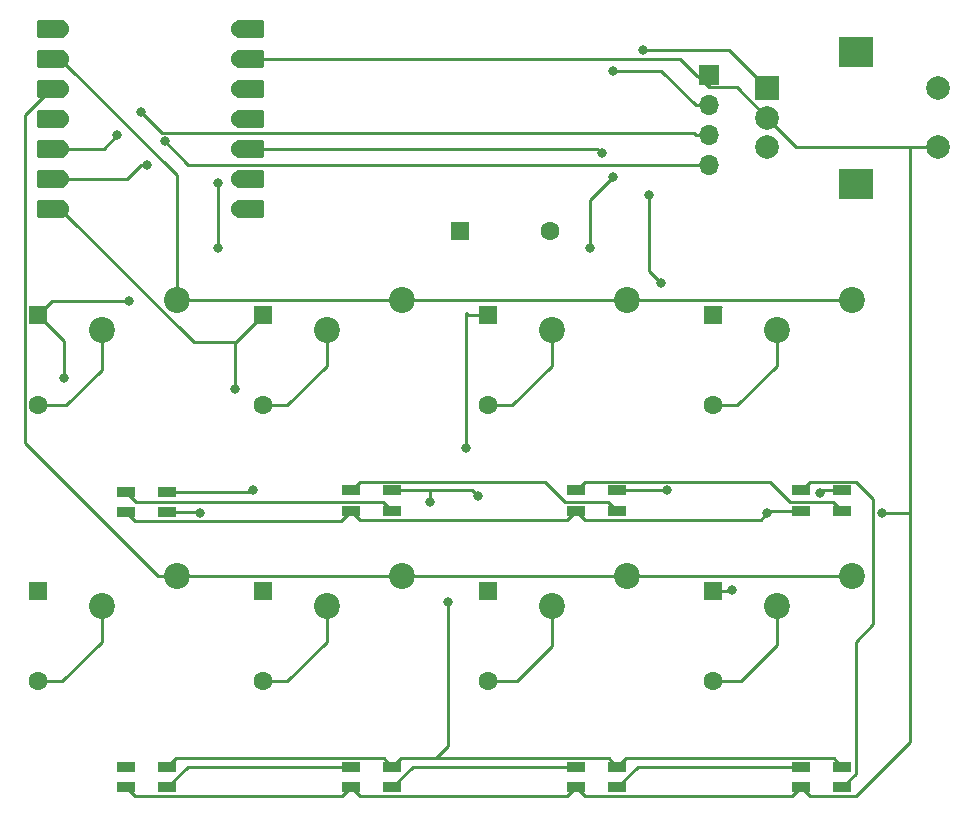
<source format=gbr>
%TF.GenerationSoftware,KiCad,Pcbnew,9.0.6*%
%TF.CreationDate,2025-12-17T11:58:43+01:00*%
%TF.ProjectId,HackPad,4861636b-5061-4642-9e6b-696361645f70,rev?*%
%TF.SameCoordinates,Original*%
%TF.FileFunction,Copper,L1,Top*%
%TF.FilePolarity,Positive*%
%FSLAX46Y46*%
G04 Gerber Fmt 4.6, Leading zero omitted, Abs format (unit mm)*
G04 Created by KiCad (PCBNEW 9.0.6) date 2025-12-17 11:58:43*
%MOMM*%
%LPD*%
G01*
G04 APERTURE LIST*
G04 Aperture macros list*
%AMRoundRect*
0 Rectangle with rounded corners*
0 $1 Rounding radius*
0 $2 $3 $4 $5 $6 $7 $8 $9 X,Y pos of 4 corners*
0 Add a 4 corners polygon primitive as box body*
4,1,4,$2,$3,$4,$5,$6,$7,$8,$9,$2,$3,0*
0 Add four circle primitives for the rounded corners*
1,1,$1+$1,$2,$3*
1,1,$1+$1,$4,$5*
1,1,$1+$1,$6,$7*
1,1,$1+$1,$8,$9*
0 Add four rect primitives between the rounded corners*
20,1,$1+$1,$2,$3,$4,$5,0*
20,1,$1+$1,$4,$5,$6,$7,0*
20,1,$1+$1,$6,$7,$8,$9,0*
20,1,$1+$1,$8,$9,$2,$3,0*%
G04 Aperture macros list end*
%TA.AperFunction,ComponentPad*%
%ADD10C,2.200000*%
%TD*%
%TA.AperFunction,SMDPad,CuDef*%
%ADD11R,1.600000X0.850000*%
%TD*%
%TA.AperFunction,ComponentPad*%
%ADD12R,1.700000X1.700000*%
%TD*%
%TA.AperFunction,ComponentPad*%
%ADD13O,1.700000X1.700000*%
%TD*%
%TA.AperFunction,ComponentPad*%
%ADD14R,2.000000X2.000000*%
%TD*%
%TA.AperFunction,ComponentPad*%
%ADD15C,2.000000*%
%TD*%
%TA.AperFunction,ComponentPad*%
%ADD16R,3.000000X2.500000*%
%TD*%
%TA.AperFunction,SMDPad,CuDef*%
%ADD17RoundRect,0.152400X1.063600X0.609600X-1.063600X0.609600X-1.063600X-0.609600X1.063600X-0.609600X0*%
%TD*%
%TA.AperFunction,ComponentPad*%
%ADD18C,1.524000*%
%TD*%
%TA.AperFunction,SMDPad,CuDef*%
%ADD19RoundRect,0.152400X-1.063600X-0.609600X1.063600X-0.609600X1.063600X0.609600X-1.063600X0.609600X0*%
%TD*%
%TA.AperFunction,ComponentPad*%
%ADD20RoundRect,0.250000X-0.550000X0.550000X-0.550000X-0.550000X0.550000X-0.550000X0.550000X0.550000X0*%
%TD*%
%TA.AperFunction,ComponentPad*%
%ADD21C,1.600000*%
%TD*%
%TA.AperFunction,ComponentPad*%
%ADD22RoundRect,0.250000X-0.550000X-0.550000X0.550000X-0.550000X0.550000X0.550000X-0.550000X0.550000X0*%
%TD*%
%TA.AperFunction,ViaPad*%
%ADD23C,0.800000*%
%TD*%
%TA.AperFunction,Conductor*%
%ADD24C,0.250000*%
%TD*%
G04 APERTURE END LIST*
D10*
%TO.P,SW A3,1,1*%
%TO.N,SW A*%
X154622500Y-93936250D03*
%TO.P,SW A3,2,2*%
%TO.N,Net-(D11-A)*%
X148272500Y-96476250D03*
%TD*%
%TO.P,SW A2,1,1*%
%TO.N,SW A*%
X135572500Y-93936250D03*
%TO.P,SW A2,2,2*%
%TO.N,Net-(D10-A)*%
X129222500Y-96476250D03*
%TD*%
%TO.P,SW B1,1,1*%
%TO.N,SW B*%
X116522500Y-117316250D03*
%TO.P,SW B1,2,2*%
%TO.N,Net-(D13-A)*%
X110172500Y-119856250D03*
%TD*%
D11*
%TO.P,D7,1,DOUT*%
%TO.N,Net-(D7-DOUT)*%
X131282500Y-133427500D03*
%TO.P,D7,2,VSS*%
%TO.N,GND*%
X131282500Y-135177500D03*
%TO.P,D7,3,DIN*%
%TO.N,Net-(D6-DOUT)*%
X134782500Y-135177500D03*
%TO.P,D7,4,VDD*%
%TO.N,+5V*%
X134782500Y-133427500D03*
%TD*%
D10*
%TO.P,SW B2,1,1*%
%TO.N,SW B*%
X135572500Y-117316250D03*
%TO.P,SW B2,2,2*%
%TO.N,Net-(D14-A)*%
X129222500Y-119856250D03*
%TD*%
D11*
%TO.P,D1,1,DOUT*%
%TO.N,Net-(D1-DOUT)*%
X112232500Y-110168750D03*
%TO.P,D1,2,VSS*%
%TO.N,GND*%
X112232500Y-111918750D03*
%TO.P,D1,3,DIN*%
%TO.N,LEDs*%
X115732500Y-111918750D03*
%TO.P,D1,4,VDD*%
%TO.N,+5V*%
X115732500Y-110168750D03*
%TD*%
%TO.P,D3,1,DOUT*%
%TO.N,Net-(D3-DOUT)*%
X150332500Y-110047500D03*
%TO.P,D3,2,VSS*%
%TO.N,GND*%
X150332500Y-111797500D03*
%TO.P,D3,3,DIN*%
%TO.N,Net-(D2-DOUT)*%
X153832500Y-111797500D03*
%TO.P,D3,4,VDD*%
%TO.N,+5V*%
X153832500Y-110047500D03*
%TD*%
D12*
%TO.P,U2,1,GND*%
%TO.N,GND*%
X161615000Y-74886250D03*
D13*
%TO.P,U2,2,VCC*%
%TO.N,+5V*%
X161615000Y-77426250D03*
%TO.P,U2,3,SCL*%
%TO.N,SDA*%
X161615000Y-79966250D03*
%TO.P,U2,4,SDA*%
%TO.N,SCL*%
X161615000Y-82506250D03*
%TD*%
D11*
%TO.P,D4,1,DOUT*%
%TO.N,Net-(D4-DOUT)*%
X169382500Y-110047500D03*
%TO.P,D4,2,VSS*%
%TO.N,GND*%
X169382500Y-111797500D03*
%TO.P,D4,3,DIN*%
%TO.N,Net-(D3-DOUT)*%
X172882500Y-111797500D03*
%TO.P,D4,4,VDD*%
%TO.N,+5V*%
X172882500Y-110047500D03*
%TD*%
D14*
%TO.P,SW9,A,A*%
%TO.N,DIAL A*%
X166500000Y-76000000D03*
D15*
%TO.P,SW9,B,B*%
%TO.N,DIAL B*%
X166500000Y-81000000D03*
%TO.P,SW9,C,C*%
%TO.N,GND*%
X166500000Y-78500000D03*
D16*
%TO.P,SW9,MP*%
%TO.N,N/C*%
X174000000Y-72900000D03*
X174000000Y-84100000D03*
D15*
%TO.P,SW9,S1,S1*%
%TO.N,DIAL S1*%
X181000000Y-76000000D03*
%TO.P,SW9,S2,S2*%
%TO.N,GND*%
X181000000Y-81000000D03*
%TD*%
D11*
%TO.P,D5,1,DOUT*%
%TO.N,Net-(D5-DOUT)*%
X169382500Y-133427500D03*
%TO.P,D5,2,VSS*%
%TO.N,GND*%
X169382500Y-135177500D03*
%TO.P,D5,3,DIN*%
%TO.N,Net-(D4-DOUT)*%
X172882500Y-135177500D03*
%TO.P,D5,4,VDD*%
%TO.N,+5V*%
X172882500Y-133427500D03*
%TD*%
D10*
%TO.P,SW A1,1,1*%
%TO.N,SW A*%
X116522500Y-93936250D03*
%TO.P,SW A1,2,2*%
%TO.N,Net-(D9-A)*%
X110172500Y-96476250D03*
%TD*%
D11*
%TO.P,D8,1,DOUT*%
%TO.N,unconnected-(D8-DOUT-Pad1)*%
X112232500Y-133427500D03*
%TO.P,D8,2,VSS*%
%TO.N,GND*%
X112232500Y-135177500D03*
%TO.P,D8,3,DIN*%
%TO.N,Net-(D7-DOUT)*%
X115732500Y-135177500D03*
%TO.P,D8,4,VDD*%
%TO.N,+5V*%
X115732500Y-133427500D03*
%TD*%
D17*
%TO.P,U1,1,GPIO26/ADC0/A0*%
%TO.N,LEDs*%
X105845000Y-70961250D03*
D18*
X106680000Y-70961250D03*
D17*
%TO.P,U1,2,GPIO27/ADC1/A1*%
%TO.N,SW A*%
X105845000Y-73501250D03*
D18*
X106680000Y-73501250D03*
D17*
%TO.P,U1,3,GPIO28/ADC2/A2*%
%TO.N,SW B*%
X105845000Y-76041250D03*
D18*
X106680000Y-76041250D03*
D17*
%TO.P,U1,4,GPIO29/ADC3/A3*%
%TO.N,SW 1*%
X105845000Y-78581250D03*
D18*
X106680000Y-78581250D03*
D17*
%TO.P,U1,5,GPIO6/SDA*%
%TO.N,SDA*%
X105845000Y-81121250D03*
D18*
X106680000Y-81121250D03*
D17*
%TO.P,U1,6,GPIO7/SCL*%
%TO.N,SCL*%
X105845000Y-83661250D03*
D18*
X106680000Y-83661250D03*
D17*
%TO.P,U1,7,GPIO0/TX*%
%TO.N,SW 2*%
X105845000Y-86201250D03*
D18*
X106680000Y-86201250D03*
%TO.P,U1,8,GPIO1/RX*%
%TO.N,DIAL B*%
X121920000Y-86201250D03*
D19*
X122755000Y-86201250D03*
D18*
%TO.P,U1,9,GPIO2/SCK*%
%TO.N,DIAL A*%
X121920000Y-83661250D03*
D19*
X122755000Y-83661250D03*
D18*
%TO.P,U1,10,GPIO4/MISO*%
%TO.N,SW 4*%
X121920000Y-81121250D03*
D19*
X122755000Y-81121250D03*
D18*
%TO.P,U1,11,GPIO3/MOSI*%
%TO.N,SW 3*%
X121920000Y-78581250D03*
D19*
X122755000Y-78581250D03*
D18*
%TO.P,U1,12,3V3*%
%TO.N,unconnected-(U1-3V3-Pad12)*%
X121920000Y-76041250D03*
D19*
%TO.N,unconnected-(U1-3V3-Pad12)_1*%
X122755000Y-76041250D03*
D18*
%TO.P,U1,13,GND*%
%TO.N,GND*%
X121920000Y-73501250D03*
D19*
X122755000Y-73501250D03*
D18*
%TO.P,U1,14,VBUS*%
%TO.N,+5V*%
X121920000Y-70961250D03*
D19*
X122755000Y-70961250D03*
%TD*%
D10*
%TO.P,SW A4,1,1*%
%TO.N,SW A*%
X173672500Y-93936250D03*
%TO.P,SW A4,2,2*%
%TO.N,Net-(D12-A)*%
X167322500Y-96476250D03*
%TD*%
%TO.P,SW B3,1,1*%
%TO.N,SW B*%
X154622500Y-117316250D03*
%TO.P,SW B3,2,2*%
%TO.N,Net-(D15-A)*%
X148272500Y-119856250D03*
%TD*%
D11*
%TO.P,D6,1,DOUT*%
%TO.N,Net-(D6-DOUT)*%
X150332500Y-133427500D03*
%TO.P,D6,2,VSS*%
%TO.N,GND*%
X150332500Y-135177500D03*
%TO.P,D6,3,DIN*%
%TO.N,Net-(D5-DOUT)*%
X153832500Y-135177500D03*
%TO.P,D6,4,VDD*%
%TO.N,+5V*%
X153832500Y-133427500D03*
%TD*%
%TO.P,D2,1,DOUT*%
%TO.N,Net-(D2-DOUT)*%
X131282500Y-110047500D03*
%TO.P,D2,2,VSS*%
%TO.N,GND*%
X131282500Y-111797500D03*
%TO.P,D2,3,DIN*%
%TO.N,Net-(D1-DOUT)*%
X134782500Y-111797500D03*
%TO.P,D2,4,VDD*%
%TO.N,+5V*%
X134782500Y-110047500D03*
%TD*%
D10*
%TO.P,SW B4,1,1*%
%TO.N,SW B*%
X173672500Y-117316250D03*
%TO.P,SW B4,2,2*%
%TO.N,Net-(D16-A)*%
X167322500Y-119856250D03*
%TD*%
D20*
%TO.P,D15,1,K*%
%TO.N,SW 3*%
X142875000Y-118586250D03*
D21*
%TO.P,D15,2,A*%
%TO.N,Net-(D15-A)*%
X142875000Y-126206250D03*
%TD*%
D20*
%TO.P,D9,1,K*%
%TO.N,SW 1*%
X104775000Y-95206250D03*
D21*
%TO.P,D9,2,A*%
%TO.N,Net-(D9-A)*%
X104775000Y-102826250D03*
%TD*%
D20*
%TO.P,D11,1,K*%
%TO.N,SW 3*%
X142875000Y-95206250D03*
D21*
%TO.P,D11,2,A*%
%TO.N,Net-(D11-A)*%
X142875000Y-102826250D03*
%TD*%
D20*
%TO.P,D12,1,K*%
%TO.N,SW 4*%
X161925000Y-95206250D03*
D21*
%TO.P,D12,2,A*%
%TO.N,Net-(D12-A)*%
X161925000Y-102826250D03*
%TD*%
D20*
%TO.P,D16,1,K*%
%TO.N,SW 4*%
X161925000Y-118586250D03*
D21*
%TO.P,D16,2,A*%
%TO.N,Net-(D16-A)*%
X161925000Y-126206250D03*
%TD*%
D20*
%TO.P,D14,1,K*%
%TO.N,SW 2*%
X123825000Y-118586250D03*
D21*
%TO.P,D14,2,A*%
%TO.N,Net-(D14-A)*%
X123825000Y-126206250D03*
%TD*%
D20*
%TO.P,D10,1,K*%
%TO.N,SW 2*%
X123825000Y-95206250D03*
D21*
%TO.P,D10,2,A*%
%TO.N,Net-(D10-A)*%
X123825000Y-102826250D03*
%TD*%
D22*
%TO.P,D17,1,K*%
%TO.N,SW 1*%
X140493750Y-88106250D03*
D21*
%TO.P,D17,2,A*%
%TO.N,DIAL S1*%
X148113750Y-88106250D03*
%TD*%
D20*
%TO.P,D13,1,K*%
%TO.N,SW 1*%
X104775000Y-118586250D03*
D21*
%TO.P,D13,2,A*%
%TO.N,Net-(D13-A)*%
X104775000Y-126206250D03*
%TD*%
D23*
%TO.N,+5V*%
X156500000Y-85000000D03*
X139500000Y-119500000D03*
X157500000Y-92500000D03*
X153500000Y-74500000D03*
X138000000Y-111000000D03*
X123000000Y-110000000D03*
X171000000Y-110275000D03*
X142000000Y-110500000D03*
X158000000Y-110021500D03*
%TO.N,LEDs*%
X118500000Y-111944750D03*
%TO.N,GND*%
X176225000Y-112000000D03*
X166500000Y-112000000D03*
%TO.N,SW 1*%
X112500000Y-94000000D03*
X107000000Y-100500000D03*
%TO.N,SW 2*%
X121500000Y-101500000D03*
%TO.N,SW 3*%
X141000000Y-106500000D03*
X120000000Y-89500000D03*
X120000000Y-84000000D03*
%TO.N,SW 4*%
X151500000Y-89500000D03*
X152500000Y-81500000D03*
X163500000Y-118500000D03*
X153500000Y-83500000D03*
%TO.N,DIAL A*%
X156000000Y-72776250D03*
%TO.N,SDA*%
X113500000Y-78000000D03*
X111500000Y-80000000D03*
%TO.N,SCL*%
X114000000Y-82500000D03*
X115500000Y-80500000D03*
%TD*%
D24*
%TO.N,Net-(D1-DOUT)*%
X112232500Y-110168750D02*
X113063750Y-111000000D01*
X113063750Y-111000000D02*
X133985000Y-111000000D01*
X133985000Y-111000000D02*
X134782500Y-111797500D01*
%TO.N,+5V*%
X122831250Y-110168750D02*
X115732500Y-110168750D01*
X154583500Y-132676500D02*
X172131500Y-132676500D01*
X153081500Y-132676500D02*
X153832500Y-133427500D01*
X156500000Y-85000000D02*
X156500000Y-91500000D01*
X134031500Y-132676500D02*
X134782500Y-133427500D01*
X138500000Y-132676500D02*
X153081500Y-132676500D01*
X138000000Y-110047500D02*
X138000000Y-111000000D01*
X153832500Y-133427500D02*
X154583500Y-132676500D01*
X157974000Y-110047500D02*
X153832500Y-110047500D01*
X172882500Y-110047500D02*
X171227500Y-110047500D01*
X138500000Y-132676500D02*
X139500000Y-131676500D01*
X115732500Y-133427500D02*
X116483500Y-132676500D01*
X141547500Y-110047500D02*
X138000000Y-110047500D01*
X160490000Y-77426250D02*
X161615000Y-77426250D01*
X158000000Y-110021500D02*
X157974000Y-110047500D01*
X139500000Y-131676500D02*
X139500000Y-119500000D01*
X142000000Y-110500000D02*
X141547500Y-110047500D01*
X171227500Y-110047500D02*
X171000000Y-110275000D01*
X138000000Y-110047500D02*
X134782500Y-110047500D01*
X135533500Y-132676500D02*
X138500000Y-132676500D01*
X134782500Y-133427500D02*
X135533500Y-132676500D01*
X156500000Y-91500000D02*
X157500000Y-92500000D01*
X160490000Y-77426250D02*
X157563750Y-74500000D01*
X157563750Y-74500000D02*
X153500000Y-74500000D01*
X172131500Y-132676500D02*
X172882500Y-133427500D01*
X123000000Y-110000000D02*
X122831250Y-110168750D01*
X116483500Y-132676500D02*
X134031500Y-132676500D01*
%TO.N,LEDs*%
X118474000Y-111918750D02*
X118500000Y-111944750D01*
X115732500Y-111918750D02*
X118474000Y-111918750D01*
%TO.N,GND*%
X121920000Y-73501250D02*
X159105000Y-73501250D01*
X151083500Y-135928500D02*
X168631500Y-135928500D01*
X112983500Y-135928500D02*
X112232500Y-135177500D01*
X159105000Y-73501250D02*
X160490000Y-74886250D01*
X161565625Y-74935625D02*
X161615000Y-74886250D01*
X165951500Y-112548500D02*
X151083500Y-112548500D01*
X151083500Y-112548500D02*
X150332500Y-111797500D01*
X166500000Y-112000000D02*
X165951500Y-112548500D01*
X163934375Y-75934375D02*
X166500000Y-78500000D01*
X170133500Y-135928500D02*
X169382500Y-135177500D01*
X160517500Y-74886250D02*
X161565625Y-75934375D01*
X112983500Y-112669750D02*
X112232500Y-111918750D01*
X132033500Y-135928500D02*
X149581500Y-135928500D01*
X131282500Y-111797500D02*
X130410250Y-112669750D01*
X166500000Y-112000000D02*
X166702500Y-111797500D01*
X166500000Y-78500000D02*
X168962500Y-80962500D01*
X131282500Y-135177500D02*
X132033500Y-135928500D01*
X130410250Y-112669750D02*
X112983500Y-112669750D01*
X150332500Y-135177500D02*
X151083500Y-135928500D01*
X132033500Y-112548500D02*
X131282500Y-111797500D01*
X149581500Y-135928500D02*
X150332500Y-135177500D01*
X169000000Y-80962500D02*
X178593750Y-80962500D01*
X178593750Y-112000000D02*
X176225000Y-112000000D01*
X161565625Y-75934375D02*
X163934375Y-75934375D01*
X178593750Y-131343250D02*
X174008500Y-135928500D01*
X130531500Y-135928500D02*
X112983500Y-135928500D01*
X178593750Y-80962500D02*
X178593750Y-112000000D01*
X166702500Y-111797500D02*
X169382500Y-111797500D01*
X149581500Y-112548500D02*
X132033500Y-112548500D01*
X161565625Y-75934375D02*
X161565625Y-74935625D01*
X178593750Y-112000000D02*
X178593750Y-131343250D01*
X174008500Y-135928500D02*
X170133500Y-135928500D01*
X168631500Y-135928500D02*
X169382500Y-135177500D01*
X178631250Y-81000000D02*
X181000000Y-81000000D01*
X160490000Y-74886250D02*
X160517500Y-74886250D01*
X178593750Y-80962500D02*
X178631250Y-81000000D01*
X150332500Y-111797500D02*
X149581500Y-112548500D01*
X131282500Y-135177500D02*
X130531500Y-135928500D01*
%TO.N,Net-(D2-DOUT)*%
X149408000Y-111000000D02*
X153035000Y-111000000D01*
X132033500Y-109296500D02*
X147704500Y-109296500D01*
X131282500Y-110047500D02*
X132033500Y-109296500D01*
X147704500Y-109296500D02*
X149408000Y-111000000D01*
X153035000Y-111000000D02*
X153832500Y-111797500D01*
%TO.N,Net-(D3-DOUT)*%
X166754500Y-109296500D02*
X168458000Y-111000000D01*
X168458000Y-111000000D02*
X172085000Y-111000000D01*
X151083500Y-109296500D02*
X166754500Y-109296500D01*
X150332500Y-110047500D02*
X151083500Y-109296500D01*
X172085000Y-111000000D02*
X172882500Y-111797500D01*
%TO.N,Net-(D4-DOUT)*%
X174008500Y-122866424D02*
X174008500Y-134051500D01*
X174008500Y-109296500D02*
X175500000Y-110788000D01*
X170133500Y-109296500D02*
X174008500Y-109296500D01*
X175500000Y-121374924D02*
X174008500Y-122866424D01*
X169382500Y-110047500D02*
X170133500Y-109296500D01*
X174008500Y-134051500D02*
X172882500Y-135177500D01*
X175500000Y-110788000D02*
X175500000Y-121374924D01*
%TO.N,Net-(D5-DOUT)*%
X169382500Y-133427500D02*
X155582500Y-133427500D01*
X155582500Y-133427500D02*
X153832500Y-135177500D01*
%TO.N,Net-(D6-DOUT)*%
X150332500Y-133427500D02*
X136532500Y-133427500D01*
X136532500Y-133427500D02*
X134782500Y-135177500D01*
%TO.N,Net-(D7-DOUT)*%
X117482500Y-133427500D02*
X115732500Y-135177500D01*
X131282500Y-133427500D02*
X117482500Y-133427500D01*
%TO.N,Net-(D9-A)*%
X107173750Y-102826250D02*
X104775000Y-102826250D01*
X110172500Y-99827500D02*
X107173750Y-102826250D01*
X110172500Y-96476250D02*
X110172500Y-99827500D01*
%TO.N,SW 1*%
X104775000Y-95206250D02*
X107000000Y-97431250D01*
X104775000Y-95206250D02*
X105981250Y-94000000D01*
X107000000Y-97431250D02*
X107000000Y-100500000D01*
X105981250Y-94000000D02*
X112500000Y-94000000D01*
%TO.N,Net-(D10-A)*%
X129222500Y-99480076D02*
X125876326Y-102826250D01*
X125876326Y-102826250D02*
X123825000Y-102826250D01*
X129222500Y-96476250D02*
X129222500Y-99480076D01*
%TO.N,SW 2*%
X123825000Y-95206250D02*
X121515625Y-97515625D01*
X121515625Y-97515625D02*
X117994375Y-97515625D01*
X121515625Y-97515625D02*
X121500000Y-97531250D01*
X117994375Y-97515625D02*
X106680000Y-86201250D01*
X121500000Y-97531250D02*
X121500000Y-101500000D01*
%TO.N,Net-(D11-A)*%
X144926326Y-102826250D02*
X142875000Y-102826250D01*
X148272500Y-99480076D02*
X144926326Y-102826250D01*
X148272500Y-96476250D02*
X148272500Y-99480076D01*
%TO.N,SW 3*%
X141206250Y-95206250D02*
X141000000Y-95000000D01*
X120000000Y-89500000D02*
X120000000Y-84000000D01*
X141000000Y-95000000D02*
X141000000Y-106500000D01*
X142875000Y-95206250D02*
X141206250Y-95206250D01*
%TO.N,SW 4*%
X161925000Y-118586250D02*
X163413750Y-118586250D01*
X152121250Y-81121250D02*
X122755000Y-81121250D01*
X122755000Y-81121250D02*
X122776000Y-81142250D01*
X151500000Y-85500000D02*
X153500000Y-83500000D01*
X162604331Y-94526919D02*
X161925000Y-95206250D01*
X151500000Y-89500000D02*
X151500000Y-85500000D01*
X163413750Y-118586250D02*
X163500000Y-118500000D01*
X152500000Y-81500000D02*
X152121250Y-81121250D01*
%TO.N,Net-(D12-A)*%
X167322500Y-99480076D02*
X163976326Y-102826250D01*
X163976326Y-102826250D02*
X161925000Y-102826250D01*
X167322500Y-96476250D02*
X167322500Y-99480076D01*
%TO.N,Net-(D13-A)*%
X106826326Y-126206250D02*
X104775000Y-126206250D01*
X110172500Y-119856250D02*
X110172500Y-122860076D01*
X110172500Y-122860076D02*
X106826326Y-126206250D01*
%TO.N,Net-(D14-A)*%
X129222500Y-119856250D02*
X129222500Y-122860076D01*
X129222500Y-122860076D02*
X125876326Y-126206250D01*
X125876326Y-126206250D02*
X123825000Y-126206250D01*
%TO.N,Net-(D15-A)*%
X145293750Y-126206250D02*
X142875000Y-126206250D01*
X148272500Y-123227500D02*
X145293750Y-126206250D01*
X148272500Y-119856250D02*
X148272500Y-123227500D01*
%TO.N,Net-(D16-A)*%
X164293750Y-126206250D02*
X161925000Y-126206250D01*
X167322500Y-123177500D02*
X164293750Y-126206250D01*
X167322500Y-119856250D02*
X167322500Y-123177500D01*
%TO.N,SW A*%
X116522500Y-93936250D02*
X135572500Y-93936250D01*
X154622500Y-93936250D02*
X173672500Y-93936250D01*
X116522500Y-83343750D02*
X106680000Y-73501250D01*
X135572500Y-93936250D02*
X154622500Y-93936250D01*
X116522500Y-93936250D02*
X116522500Y-83343750D01*
%TO.N,SW B*%
X103649000Y-105998384D02*
X103649000Y-78237250D01*
X116522500Y-117316250D02*
X114966866Y-117316250D01*
X154622500Y-117316250D02*
X173672500Y-117316250D01*
X114966866Y-117316250D02*
X103649000Y-105998384D01*
X135572500Y-117316250D02*
X154622500Y-117316250D01*
X103649000Y-78237250D02*
X105845000Y-76041250D01*
X116522500Y-117316250D02*
X135572500Y-117316250D01*
%TO.N,DIAL A*%
X156000000Y-72776250D02*
X163276250Y-72776250D01*
X163276250Y-72776250D02*
X166500000Y-76000000D01*
%TO.N,SDA*%
X160297750Y-79774000D02*
X115274000Y-79774000D01*
X115274000Y-79774000D02*
X113500000Y-78000000D01*
X111500000Y-80000000D02*
X110378750Y-81121250D01*
X160490000Y-79966250D02*
X160297750Y-79774000D01*
X160490000Y-79966250D02*
X161615000Y-79966250D01*
X110378750Y-81121250D02*
X106680000Y-81121250D01*
%TO.N,SCL*%
X115500000Y-80500000D02*
X117506250Y-82506250D01*
X114000000Y-82500000D02*
X113500000Y-82500000D01*
X117506250Y-82506250D02*
X161615000Y-82506250D01*
X112338750Y-83661250D02*
X106680000Y-83661250D01*
X113500000Y-82500000D02*
X112338750Y-83661250D01*
%TD*%
M02*

</source>
